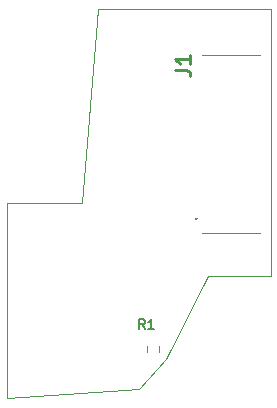
<source format=gbr>
%TF.GenerationSoftware,KiCad,Pcbnew,7.0.10*%
%TF.CreationDate,2024-06-17T16:45:55-04:00*%
%TF.ProjectId,MidInterface1.1.1,4d696449-6e74-4657-9266-616365312e31,rev?*%
%TF.SameCoordinates,PX772dc40PY4d83c00*%
%TF.FileFunction,Legend,Top*%
%TF.FilePolarity,Positive*%
%FSLAX46Y46*%
G04 Gerber Fmt 4.6, Leading zero omitted, Abs format (unit mm)*
G04 Created by KiCad (PCBNEW 7.0.10) date 2024-06-17 16:45:55*
%MOMM*%
%LPD*%
G01*
G04 APERTURE LIST*
%ADD10C,0.254000*%
%ADD11C,0.150000*%
%ADD12C,0.100000*%
%ADD13C,0.200000*%
%ADD14C,0.120000*%
%TA.AperFunction,Profile*%
%ADD15C,0.025400*%
%TD*%
G04 APERTURE END LIST*
D10*
X14264918Y27770668D02*
X15172061Y27770668D01*
X15172061Y27770668D02*
X15353489Y27710191D01*
X15353489Y27710191D02*
X15474442Y27589239D01*
X15474442Y27589239D02*
X15534918Y27407810D01*
X15534918Y27407810D02*
X15534918Y27286858D01*
X15534918Y29040668D02*
X15534918Y28314953D01*
X15534918Y28677810D02*
X14264918Y28677810D01*
X14264918Y28677810D02*
X14446346Y28556858D01*
X14446346Y28556858D02*
X14567299Y28435906D01*
X14567299Y28435906D02*
X14627775Y28314953D01*
D11*
X11677667Y5860705D02*
X11411000Y6241658D01*
X11220524Y5860705D02*
X11220524Y6660705D01*
X11220524Y6660705D02*
X11525286Y6660705D01*
X11525286Y6660705D02*
X11601476Y6622610D01*
X11601476Y6622610D02*
X11639571Y6584515D01*
X11639571Y6584515D02*
X11677667Y6508324D01*
X11677667Y6508324D02*
X11677667Y6394039D01*
X11677667Y6394039D02*
X11639571Y6317848D01*
X11639571Y6317848D02*
X11601476Y6279753D01*
X11601476Y6279753D02*
X11525286Y6241658D01*
X11525286Y6241658D02*
X11220524Y6241658D01*
X12439571Y5860705D02*
X11982428Y5860705D01*
X12211000Y5860705D02*
X12211000Y6660705D01*
X12211000Y6660705D02*
X12134809Y6546420D01*
X12134809Y6546420D02*
X12058619Y6470229D01*
X12058619Y6470229D02*
X11982428Y6432134D01*
D12*
%TO.C,J1*%
X16528000Y29050400D02*
X21428000Y29050400D01*
X21428000Y14000400D02*
X16528000Y14000400D01*
D13*
X16078000Y15200400D02*
G75*
G03*
X15978000Y15200400I-50000J0D01*
G01*
X15978000Y15200400D02*
G75*
G03*
X16078000Y15200400I50000J0D01*
G01*
D14*
%TO.C,R1*%
X11847300Y3928342D02*
X11847300Y4402858D01*
X12892300Y3928342D02*
X12892300Y4402858D01*
%TD*%
D15*
X22352000Y10312400D02*
X17018000Y10312400D01*
X6350000Y16510000D02*
X0Y16510000D01*
X7721600Y32918400D02*
X22352000Y32918400D01*
X17018000Y10312400D02*
X13462000Y3302000D01*
X11176000Y762000D02*
X13462000Y3302000D01*
X6350000Y16510000D02*
X7721600Y32918400D01*
X0Y0D02*
X0Y16510000D01*
X22352000Y32918400D02*
X22352000Y10312400D01*
X11176000Y762000D02*
X0Y0D01*
M02*

</source>
